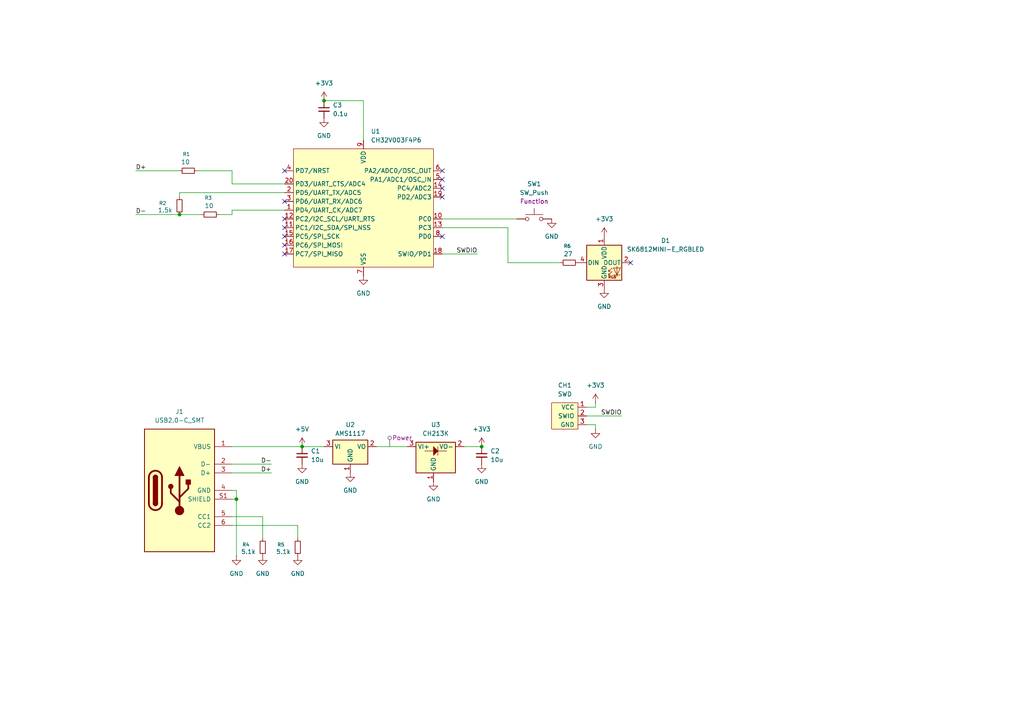
<source format=kicad_sch>
(kicad_sch (version 20250114) (generator "eeschema") (generator_version "9.0")
  (paper "A4")
  (lib_symbols
    (symbol "74th_Interface:SWD_WCH-1Wire_WITH-VCC" (pin_names (offset 1.016))
      (property "Reference" "CH" (at -3.81 5.08 0))
      (property "Value" "SWD" (at 3.81 5.08 0))
      (symbol "SWD_WCH-1Wire_WITH-VCC_0_1"
        (rectangle (start -3.81 3.81) (end 3.81 -3.81) (fill (type background)))
      )
      (symbol "SWD_WCH-1Wire_WITH-VCC_1_1"
        (pin power_in line (at 6.35 2.54 180) (length 2.54) (name "VCC") (number "1"))
        (pin bidirectional line (at 6.35 0 180) (length 2.54) (name "SWIO") (number "2"))
        (pin power_in line (at 6.35 -2.54 180) (length 2.54) (name "GND") (number "3"))
      )
    )
    (symbol "74th_Interface:SW_Push" (pin_numbers (hide yes)) (pin_names (offset 1.016) (hide yes))
      (property "Reference" "SW" (at 1.27 2.54 0))
      (property "Value" "SW_Push" (at 0 -1.524 0))
      (property "Function" "Function" (at 0 -3.81 0))
      (symbol "SW_Push_0_1"
        (circle (center -2.032 0) (radius 0.508))
        (polyline (pts (xy 0 1.27) (xy 0 3.048)))
        (circle (center 2.032 0) (radius 0.508))
        (polyline (pts (xy 2.54 1.27) (xy -2.54 1.27)))
        (pin passive line (at -5.08 0 0) (length 2.54) (name "1") (number "1"))
        (pin passive line (at 5.08 0 180) (length 2.54) (name "2") (number "2"))
      )
    )
    (symbol "74th_Interface:USB_TypeC-2.0_Receptacle_Simple" (pin_names (offset 1.016))
      (property "Reference" "J" (at -10.16 19.05 0))
      (property "Value" "USB2.0-C_SMT" (at 15.24 19.05 0))
      (symbol "USB_TypeC-2.0_Receptacle_Simple_0_1"
        (rectangle (start -10.16 17.78) (end 10.16 -17.78) (stroke (width 0.254)) (fill (type background)))
        (polyline (pts (xy -8.89 -3.81) (xy -8.89 3.81)) (stroke (width 0.508)))
        (rectangle (start -7.62 -3.81) (end -6.35 3.81) (stroke (width 0.254)) (fill (type outline)))
        (arc (start -7.62 3.81) (mid -6.985 4.4423) (end -6.35 3.81) (stroke (width 0.254)))
        (arc (start -7.62 3.81) (mid -6.985 4.4423) (end -6.35 3.81) (stroke (width 0.254)) (fill (type outline)))
        (arc (start -8.89 3.81) (mid -6.985 5.7067) (end -5.08 3.81) (stroke (width 0.508)))
        (arc (start -5.08 -3.81) (mid -6.985 -5.7067) (end -8.89 -3.81) (stroke (width 0.508)))
        (arc (start -6.35 -3.81) (mid -6.985 -4.4423) (end -7.62 -3.81) (stroke (width 0.254)))
        (arc (start -6.35 -3.81) (mid -6.985 -4.4423) (end -7.62 -3.81) (stroke (width 0.254)) (fill (type outline)))
        (polyline (pts (xy -5.08 3.81) (xy -5.08 -3.81)) (stroke (width 0.508)))
        (circle (center -2.54 1.143) (radius 0.635) (stroke (width 0.254)) (fill (type outline)))
        (polyline (pts (xy -1.27 4.318) (xy 0 6.858) (xy 1.27 4.318) (xy -1.27 4.318)) (stroke (width 0.254)) (fill (type outline)))
        (polyline (pts (xy 0 -2.032) (xy 2.54 0.508) (xy 2.54 1.778)) (stroke (width 0.508)))
        (polyline (pts (xy 0 -3.302) (xy -2.54 -0.762) (xy -2.54 0.508)) (stroke (width 0.508)))
        (polyline (pts (xy 0 -5.842) (xy 0 4.318)) (stroke (width 0.508)))
        (circle (center 0 -5.842) (radius 1.27) (fill (type outline)))
        (rectangle (start 1.905 1.778) (end 3.175 3.048) (stroke (width 0.254)) (fill (type outline)))
      )
      (symbol "USB_TypeC-2.0_Receptacle_Simple_1_1"
        (pin power_out line (at 15.24 12.7 180) (length 5.08) (name "VBUS") (number "1"))
        (pin bidirectional line (at 15.24 7.62 180) (length 5.08) (name "D-") (number "2"))
        (pin bidirectional line (at 15.24 5.08 180) (length 5.08) (name "D+") (number "3"))
        (pin power_out line (at 15.24 0 180) (length 5.08) (name "GND") (number "4"))
        (pin passive line (at 15.24 -2.54 180) (length 5.08) (name "SHIELD") (number "S1"))
        (pin input line (at 15.24 -7.62 180) (length 5.08) (name "CC1") (number "5"))
        (pin input line (at 15.24 -10.16 180) (length 5.08) (name "CC2") (number "6"))
      )
    )
    (symbol "74th_MCU:CH32V003F4P6"
      (property "Reference" "U" (at -11.43 25.4 0))
      (property "Value" "CH32V003F4P6" (at 12.7 25.4 0))
      (symbol "CH32V003F4P6_0_1"
        (rectangle (start -20.32 24.13) (end 20.32 -10.16) (stroke (width 0.1524)) (fill (type background)))
      )
      (symbol "CH32V003F4P6_1_1"
        (pin bidirectional line (at -22.86 17.78 0) (length 2.54) (name "PD7/NRST") (number "4"))
        (pin bidirectional line (at -22.86 13.97 0) (length 2.54) (name "PD3/UART_CTS/ADC4") (number "20"))
        (pin bidirectional line (at -22.86 11.43 0) (length 2.54) (name "PD5/UART_TX/ADC5") (number "2"))
        (pin bidirectional line (at -22.86 8.89 0) (length 2.54) (name "PD6/UART_RX/ADC6") (number "3"))
        (pin bidirectional line (at -22.86 6.35 0) (length 2.54) (name "PD4/UART_CK/ADC7") (number "1"))
        (pin bidirectional line (at -22.86 3.81 0) (length 2.54) (name "PC2/I2C_SCL/UART_RTS") (number "12"))
        (pin bidirectional line (at -22.86 1.27 0) (length 2.54) (name "PC1/I2C_SDA/SPI_NSS") (number "11"))
        (pin bidirectional line (at -22.86 -1.27 0) (length 2.54) (name "PC5/SPI_SCK") (number "15"))
        (pin bidirectional line (at -22.86 -3.81 0) (length 2.54) (name "PC6/SPI_MOSI") (number "16"))
        (pin bidirectional line (at -22.86 -6.35 0) (length 2.54) (name "PC7/SPI_MISO") (number "17"))
        (pin power_in line (at 0 26.67 270) (length 2.54) (name "VDD") (number "9"))
        (pin power_in line (at 0 -12.7 90) (length 2.54) (name "VSS") (number "7"))
        (pin bidirectional line (at 22.86 17.78 180) (length 2.54) (name "PA2/ADC0/OSC_OUT") (number "6"))
        (pin bidirectional line (at 22.86 15.24 180) (length 2.54) (name "PA1/ADC1/OSC_IN") (number "5"))
        (pin bidirectional line (at 22.86 12.7 180) (length 2.54) (name "PC4/ADC2") (number "14"))
        (pin bidirectional line (at 22.86 10.16 180) (length 2.54) (name "PD2/ADC3") (number "19"))
        (pin bidirectional line (at 22.86 3.81 180) (length 2.54) (name "PC0") (number "10"))
        (pin bidirectional line (at 22.86 1.27 180) (length 2.54) (name "PC3") (number "13"))
        (pin bidirectional line (at 22.86 -1.27 180) (length 2.54) (name "PD0") (number "8"))
        (pin bidirectional line (at 22.86 -6.35 180) (length 2.54) (name "SWIO/PD1") (number "18"))
      )
    )
    (symbol "74th_Passive:AMS1117-3.3_Regulator_SOT89"
      (property "Reference" "U" (at -3.81 3.175 0))
      (property "Value" "AMS1117" (at 0 3.175 0))
      (symbol "AMS1117-3.3_Regulator_SOT89_0_1"
        (rectangle (start -5.08 1.905) (end 5.08 -5.08) (stroke (width 0.254)) (fill (type background)))
      )
      (symbol "AMS1117-3.3_Regulator_SOT89_1_1"
        (pin power_in line (at -7.62 0 0) (length 2.54) (name "VI") (number "3"))
        (pin power_in line (at 0 -7.62 90) (length 2.54) (name "GND") (number "1"))
        (pin power_out line (at 7.62 0 180) (length 2.54) (name "VO") (number "2"))
      )
    )
    (symbol "74th_Passive:CH213K_Ideal-Diode-for-USB-Power"
      (property "Reference" "U" (at -3.81 6.35 0))
      (property "Value" "CH213K" (at 2.54 6.35 0))
      (symbol "CH213K_Ideal-Diode-for-USB-Power_0_1"
        (polyline (pts (xy -2.54 2.54) (xy 3.81 2.54)))
        (polyline (pts (xy 1.27 3.81) (xy 1.27 1.27)))
      )
      (symbol "CH213K_Ideal-Diode-for-USB-Power_1_1"
        (rectangle (start -5.08 5.08) (end 6.35 -3.81) (stroke (width 0.254)) (fill (type background)))
        (polyline (pts (xy 0 3.81) (xy 0 1.27) (xy 1.27 2.54) (xy 0 3.81)) (fill (type outline)))
        (pin power_in line (at -7.62 3.81 0) (length 2.54) (name "VI+") (number "3"))
        (pin power_in line (at 0 -6.35 90) (length 2.54) (name "GND") (number "1"))
        (pin power_out line (at 8.89 3.81 180) (length 2.54) (name "VO-") (number "2"))
      )
    )
    (symbol "74th_Passive:SK6812MINI-E_RGBLED" (pin_names (offset 0.254))
      (property "Reference" "D" (at 5.08 5.715 0))
      (property "Value" "SK6812MINI-E_RGBLED" (at 1.27 -5.715 0))
      (symbol "SK6812MINI-E_RGBLED_0_0"
        (text "RGB" (at 2.286 -4.191 0) (effects (font (size 0.762 0.762))))
      )
      (symbol "SK6812MINI-E_RGBLED_0_1"
        (polyline (pts (xy 1.27 -2.54) (xy 1.778 -2.54)))
        (polyline (pts (xy 1.27 -3.556) (xy 1.778 -3.556)))
        (polyline (pts (xy 2.286 -1.524) (xy 1.27 -2.54) (xy 1.27 -2.032)))
        (polyline (pts (xy 2.286 -2.54) (xy 1.27 -3.556) (xy 1.27 -3.048)))
        (polyline (pts (xy 3.683 -1.016) (xy 3.683 -3.556) (xy 3.683 -4.064)))
        (polyline (pts (xy 4.699 -1.524) (xy 2.667 -1.524) (xy 3.683 -3.556) (xy 4.699 -1.524)))
        (polyline (pts (xy 4.699 -3.556) (xy 2.667 -3.556)))
        (rectangle (start 5.08 5.08) (end -5.08 -5.08) (stroke (width 0.254)) (fill (type background)))
      )
      (symbol "SK6812MINI-E_RGBLED_1_1"
        (pin input line (at -7.62 0 0) (length 2.54) (name "DIN") (number "4"))
        (pin power_in line (at 0 7.62 270) (length 2.54) (name "VDD") (number "1"))
        (pin power_in line (at 0 -7.62 90) (length 2.54) (name "GND") (number "3"))
        (pin output line (at 7.62 0 180) (length 2.54) (name "DOUT") (number "2"))
      )
    )
    (symbol "Device:C_Small" (pin_numbers (hide yes)) (pin_names (offset 0.254) (hide yes))
      (property "Reference" "C" (at 0.254 1.778 0))
      (property "Value" "C_Small" (at 0.254 -2.032 0))
      (symbol "C_Small_0_1"
        (polyline (pts (xy -1.524 0.508) (xy 1.524 0.508)) (stroke (width 0.3048)))
        (polyline (pts (xy -1.524 -0.508) (xy 1.524 -0.508)) (stroke (width 0.3302)))
      )
      (symbol "C_Small_1_1"
        (pin passive line (at 0 2.54 270) (length 2.032) (name "~") (number "1"))
        (pin passive line (at 0 -2.54 90) (length 2.032) (name "~") (number "2"))
      )
    )
    (symbol "Device:R_Small" (pin_numbers (hide yes)) (pin_names (offset 0.254) (hide yes))
      (property "Reference" "R" (at 0 0 90))
      (property "Value" "R_Small" (at 1.778 0 90))
      (symbol "R_Small_0_1"
        (rectangle (start -0.762 1.778) (end 0.762 -1.778) (stroke (width 0.2032)))
      )
      (symbol "R_Small_1_1"
        (pin passive line (at 0 2.54 270) (length 0.762) (name "~") (number "1"))
        (pin passive line (at 0 -2.54 90) (length 0.762) (name "~") (number "2"))
      )
    )
    (symbol "power:+3V3" (power) (pin_numbers (hide yes)) (pin_names (offset 0) (hide yes))
      (property "Value" "+3V3" (at 0 3.556 0))
      (symbol "+3V3_0_1"
        (polyline (pts (xy -0.762 1.27) (xy 0 2.54)))
        (polyline (pts (xy 0 2.54) (xy 0.762 1.27)))
        (polyline (pts (xy 0 0) (xy 0 2.54)))
      )
      (symbol "+3V3_1_1"
        (pin power_in line (at 0 0 90) (length 0) (name "~") (number "1"))
      )
    )
    (symbol "power:+5V" (power) (pin_numbers (hide yes)) (pin_names (offset 0) (hide yes))
      (property "Value" "+5V" (at 0 3.556 0))
      (symbol "+5V_0_1"
        (polyline (pts (xy -0.762 1.27) (xy 0 2.54)))
        (polyline (pts (xy 0 2.54) (xy 0.762 1.27)))
        (polyline (pts (xy 0 0) (xy 0 2.54)))
      )
      (symbol "+5V_1_1"
        (pin power_in line (at 0 0 90) (length 0) (name "~") (number "1"))
      )
    )
    (symbol "power:GND" (power) (pin_numbers (hide yes)) (pin_names (offset 0) (hide yes))
      (property "Value" "GND" (at 0 -3.81 0))
      (symbol "GND_0_1"
        (polyline (pts (xy 0 0) (xy 0 -1.27) (xy 1.27 -1.27) (xy 0 -2.54) (xy -1.27 -1.27) (xy 0 -1.27)))
      )
      (symbol "GND_1_1"
        (pin power_in line (at 0 0 270) (length 0) (name "~") (number "1"))
      )
    )
  )
  (junction (at 52.07 62.23))
  (junction (at 87.63 129.54))
  (junction (at 139.7 129.54))
  (junction (at 93.98 29.21))
  (junction (at 68.58 144.78))
  (no_connect (at 128.27 54.61))
  (no_connect (at 128.27 68.58))
  (no_connect (at 82.55 49.53))
  (no_connect (at 82.55 58.42))
  (no_connect (at 128.27 57.15))
  (no_connect (at 82.55 63.5))
  (no_connect (at 82.55 68.58))
  (no_connect (at 128.27 52.07))
  (no_connect (at 128.27 49.53))
  (no_connect (at 82.55 66.04))
  (no_connect (at 82.55 73.66))
  (no_connect (at 182.88 76.2))
  (no_connect (at 82.55 71.12))
  (wire (pts (xy 57.15 49.53) (xy 67.31 49.53)))
  (wire (pts (xy 39.37 49.53) (xy 52.07 49.53)))
  (wire (pts (xy 87.63 129.54) (xy 93.98 129.54)))
  (wire (pts (xy 67.31 134.62) (xy 78.74 134.62)))
  (wire (pts (xy 147.32 66.04) (xy 147.32 76.2)))
  (wire (pts (xy 172.72 118.11) (xy 172.72 116.84)))
  (wire (pts (xy 128.27 73.66) (xy 138.43 73.66)))
  (wire (pts (xy 82.55 60.96) (xy 67.31 60.96)))
  (wire (pts (xy 52.07 55.88) (xy 52.07 57.15)))
  (wire (pts (xy 68.58 144.78) (xy 68.58 161.29)))
  (wire (pts (xy 67.31 144.78) (xy 68.58 144.78)))
  (wire (pts (xy 67.31 60.96) (xy 67.31 62.23)))
  (wire (pts (xy 170.18 120.65) (xy 180.34 120.65)))
  (wire (pts (xy 134.62 129.54) (xy 139.7 129.54)))
  (wire (pts (xy 67.31 53.34) (xy 82.55 53.34)))
  (wire (pts (xy 109.22 129.54) (xy 118.11 129.54)))
  (wire (pts (xy 172.72 123.19) (xy 172.72 124.46)))
  (wire (pts (xy 147.32 76.2) (xy 162.56 76.2)))
  (wire (pts (xy 67.31 149.86) (xy 76.2 149.86)))
  (wire (pts (xy 105.41 40.64) (xy 105.41 29.21)))
  (wire (pts (xy 67.31 152.4) (xy 86.36 152.4)))
  (wire (pts (xy 105.41 29.21) (xy 93.98 29.21)))
  (wire (pts (xy 170.18 118.11) (xy 172.72 118.11)))
  (wire (pts (xy 67.31 137.16) (xy 78.74 137.16)))
  (wire (pts (xy 67.31 49.53) (xy 67.31 53.34)))
  (wire (pts (xy 170.18 123.19) (xy 172.72 123.19)))
  (wire (pts (xy 52.07 62.23) (xy 58.42 62.23)))
  (wire (pts (xy 128.27 66.04) (xy 147.32 66.04)))
  (wire (pts (xy 39.37 62.23) (xy 52.07 62.23)))
  (wire (pts (xy 68.58 142.24) (xy 68.58 144.78)))
  (wire (pts (xy 67.31 142.24) (xy 68.58 142.24)))
  (wire (pts (xy 76.2 149.86) (xy 76.2 156.21)))
  (wire (pts (xy 82.55 55.88) (xy 52.07 55.88)))
  (wire (pts (xy 86.36 152.4) (xy 86.36 156.21)))
  (wire (pts (xy 67.31 62.23) (xy 63.5 62.23)))
  (wire (pts (xy 128.27 63.5) (xy 149.86 63.5)))
  (wire (pts (xy 67.31 129.54) (xy 87.63 129.54)))
  (label "SWDIO" (at 180.34 120.65 180))
  (label "SWDIO" (at 138.43 73.66 180))
  (label "D+" (at 78.74 137.16 180))
  (label "D-" (at 78.74 134.62 180))
  (label "D+" (at 39.37 49.53 0))
  (label "D-" (at 39.37 62.23 0))
  (netclass_flag "" (length 2.54) (shape round) (at 113.03 129.54 0) (property "Netclass" "Power" (at 113.7285 127 0) (effects (justify left))))
  (symbol (lib_id "74th_Interface:SWD_WCH-1Wire_WITH-VCC") (at 163.83 120.65 0) (unit 1)
    (property "Reference" "CH1" (at 163.83 111.76 0))
    (property "Value" "SWD" (at 163.83 114.3 0))
    (property "Footprint" "74th:PinOut_Pin_3_3GND" (effects (hide yes)))
  )
  (symbol (lib_id "power:GND") (at 101.6 137.16 0) (unit 1)
    (property "Reference" "#PWR08" (effects (hide yes)))
    (property "Value" "GND" (at 101.6 142.24 0))
    (property "Description" "Power symbol creates a global label with name \"GND\" , ground" (effects (hide yes)))
  )
  (symbol (lib_id "74th_Interface:USB_TypeC-2.0_Receptacle_Simple") (at 52.07 142.24 0) (unit 1)
    (property "Reference" "J1" (at 52.07 119.38 0))
    (property "Value" "USB2.0-C_SMT" (at 52.07 121.92 0))
    (property "Footprint" "74th:Connector_USB-C-Receptacle_SMT_12-Pin_Simple" (effects (hide yes)))
    (property "Datasheet" "https://www.usb.org/sites/default/files/documents/usb_type-c.zip" (effects (hide yes)))
    (property "Description" "USB 2.0-only Type-C Plug connector" (effects (hide yes)))
  )
  (symbol (lib_id "power:+3V3") (at 139.7 129.54 0) (unit 1)
    (property "Reference" "#PWR07" (effects (hide yes)))
    (property "Value" "+3V3" (at 139.7 124.46 0))
    (property "Description" "Power symbol creates a global label with name \"+3V3\"" (effects (hide yes)))
  )
  (symbol (lib_id "power:GND") (at 172.72 124.46 0) (unit 1)
    (property "Reference" "#PWR016" (effects (hide yes)))
    (property "Value" "GND" (at 172.72 129.54 0))
    (property "Description" "Power symbol creates a global label with name \"GND\" , ground" (effects (hide yes)))
  )
  (symbol (lib_id "Device:R_Small") (at 76.2 158.75 180) (unit 1)
    (property "Reference" "R4" (at 72.39 157.988 0) (effects (font (size 1.016 1.016)) (justify left)))
    (property "Value" "5.1k" (at 74.168 160.0201 0) (effects (justify left)))
    (property "Footprint" "74th:Register_0603_1608_WithSizeText" (effects (hide yes)))
    (property "Description" "Resistor, small symbol" (effects (hide yes)))
  )
  (symbol (lib_id "Device:C_Small") (at 93.98 31.75 0) (unit 1)
    (property "Reference" "C3" (at 96.52 30.4862 0) (effects (justify left)))
    (property "Value" "0.1u" (at 96.52 33.0262 0) (effects (justify left)))
    (property "Footprint" "74th:Capacitor_0603_1608_WithSizeText" (effects (hide yes)))
    (property "Description" "Unpolarized capacitor, small symbol" (effects (hide yes)))
  )
  (symbol (lib_id "Device:C_Small") (at 87.63 132.08 0) (unit 1)
    (property "Reference" "C1" (at 90.17 130.8162 0) (effects (justify left)))
    (property "Value" "10u" (at 90.17 133.3562 0) (effects (justify left)))
    (property "Footprint" "74th:Capacitor_0603_1608_WithSizeText" (effects (hide yes)))
    (property "Description" "Unpolarized capacitor, small symbol" (effects (hide yes)))
  )
  (symbol (lib_id "power:GND") (at 139.7 134.62 0) (unit 1)
    (property "Reference" "#PWR09" (effects (hide yes)))
    (property "Value" "GND" (at 139.7 139.7 0))
    (property "Description" "Power symbol creates a global label with name \"GND\" , ground" (effects (hide yes)))
  )
  (symbol (lib_id "power:GND") (at 87.63 134.62 0) (unit 1)
    (property "Reference" "#PWR02" (effects (hide yes)))
    (property "Value" "GND" (at 87.63 139.7 0))
    (property "Description" "Power symbol creates a global label with name \"GND\" , ground" (effects (hide yes)))
  )
  (symbol (lib_id "power:GND") (at 93.98 34.29 0) (unit 1)
    (property "Reference" "#PWR05" (effects (hide yes)))
    (property "Value" "GND" (at 93.98 39.37 0))
    (property "Description" "Power symbol creates a global label with name \"GND\" , ground" (effects (hide yes)))
  )
  (symbol (lib_id "power:+3V3") (at 93.98 29.21 0) (unit 1)
    (property "Reference" "#PWR06" (effects (hide yes)))
    (property "Value" "+3V3" (at 93.98 24.13 0))
    (property "Description" "Power symbol creates a global label with name \"+3V3\"" (effects (hide yes)))
  )
  (symbol (lib_id "power:GND") (at 160.02 63.5 0) (unit 1)
    (property "Reference" "#PWR04" (effects (hide yes)))
    (property "Value" "GND" (at 160.02 68.58 0))
    (property "Description" "Power symbol creates a global label with name \"GND\" , ground" (effects (hide yes)))
  )
  (symbol (lib_id "Device:R_Small") (at 60.96 62.23 90) (unit 1)
    (property "Reference" "R3" (at 61.468 57.404 90) (effects (font (size 1.016 1.016)) (justify left)))
    (property "Value" "10" (at 61.976 59.69 90) (effects (justify left)))
    (property "Footprint" "74th:Register_0603_1608_WithSizeText" (effects (hide yes)))
    (property "Description" "Resistor, small symbol" (effects (hide yes)))
  )
  (symbol (lib_id "74th_Interface:SW_Push") (at 154.94 63.5 0) (unit 1)
    (property "Reference" "SW1" (at 154.94 53.34 0))
    (property "Value" "SW_Push" (at 154.94 55.88 0))
    (property "Footprint" "74th:Switch_MXChoc_1.0u" (effects (hide yes)))
    (property "Description" "import from kicad" (effects (hide yes)))
    (property "Function" "Function" (at 154.94 58.42 0))
  )
  (symbol (lib_id "power:GND") (at 105.41 80.01 0) (unit 1)
    (property "Reference" "#PWR03" (effects (hide yes)))
    (property "Value" "GND" (at 105.41 85.09 0))
    (property "Description" "Power symbol creates a global label with name \"GND\" , ground" (effects (hide yes)))
  )
  (symbol (lib_id "power:GND") (at 86.36 161.29 0) (unit 1)
    (property "Reference" "#PWR010" (effects (hide yes)))
    (property "Value" "GND" (at 86.36 166.37 0))
    (property "Description" "Power symbol creates a global label with name \"GND\" , ground" (effects (hide yes)))
  )
  (symbol (lib_id "power:GND") (at 68.58 161.29 0) (unit 1)
    (property "Reference" "#PWR012" (effects (hide yes)))
    (property "Value" "GND" (at 68.58 166.37 0))
    (property "Description" "Power symbol creates a global label with name \"GND\" , ground" (effects (hide yes)))
  )
  (symbol (lib_id "74th_Passive:AMS1117-3.3_Regulator_SOT89") (at 101.6 129.54 0) (unit 1)
    (property "Reference" "U2" (at 101.6 123.19 0))
    (property "Value" "AMS1117" (at 101.6 125.73 0))
    (property "Footprint" "74th:Package_SOT-89-3" (effects (hide yes)))
    (property "Description" "1A Low Dropout regulator, positive, adjustable output, SOT-223" (effects (hide yes)))
  )
  (symbol (lib_id "Device:R_Small") (at 165.1 76.2 90) (unit 1)
    (property "Reference" "R6" (at 165.608 71.374 90) (effects (font (size 1.016 1.016)) (justify left)))
    (property "Value" "27" (at 166.116 73.66 90) (effects (justify left)))
    (property "Footprint" "74th:Register_0603_1608_WithSizeText" (effects (hide yes)))
    (property "Description" "Resistor, small symbol" (effects (hide yes)))
  )
  (symbol (lib_id "74th_MCU:CH32V003F4P6") (at 105.41 67.31 0) (unit 1)
    (property "Reference" "U1" (at 107.5533 38.1 0) (effects (justify left)))
    (property "Value" "CH32V003F4P6" (at 107.5533 40.64 0) (effects (justify left)))
    (property "Footprint" "74th:Package_TSSOP-20_4.4x6.5mm_P0.65mm" (effects (hide yes)))
  )
  (symbol (lib_id "Device:R_Small") (at 52.07 59.69 180) (unit 1)
    (property "Reference" "R2" (at 48.26 58.928 0) (effects (font (size 1.016 1.016)) (justify left)))
    (property "Value" "1.5k" (at 50.038 60.9601 0) (effects (justify left)))
    (property "Footprint" "74th:Register_0603_1608_WithSizeText" (effects (hide yes)))
    (property "Description" "Resistor, small symbol" (effects (hide yes)))
  )
  (symbol (lib_id "power:+3V3") (at 172.72 116.84 0) (unit 1)
    (property "Reference" "#PWR015" (effects (hide yes)))
    (property "Value" "+3V3" (at 172.72 111.76 0))
    (property "Description" "Power symbol creates a global label with name \"+3V3\"" (effects (hide yes)))
  )
  (symbol (lib_id "74th_Passive:CH213K_Ideal-Diode-for-USB-Power") (at 125.73 133.35 0) (unit 1)
    (property "Reference" "U3" (at 126.365 123.19 0))
    (property "Value" "CH213K" (at 126.365 125.73 0))
    (property "Footprint" "74th:Package_SOT-23" (effects (hide yes)))
  )
  (symbol (lib_id "power:GND") (at 76.2 161.29 0) (unit 1)
    (property "Reference" "#PWR011" (effects (hide yes)))
    (property "Value" "GND" (at 76.2 166.37 0))
    (property "Description" "Power symbol creates a global label with name \"GND\" , ground" (effects (hide yes)))
  )
  (symbol (lib_id "Device:R_Small") (at 54.61 49.53 90) (unit 1)
    (property "Reference" "R1" (at 55.118 44.704 90) (effects (font (size 1.016 1.016)) (justify left)))
    (property "Value" "10" (at 55.118 46.99 90) (effects (justify left)))
    (property "Footprint" "74th:Register_0603_1608_WithSizeText" (effects (hide yes)))
    (property "Description" "Resistor, small symbol" (effects (hide yes)))
  )
  (symbol (lib_id "power:GND") (at 175.26 83.82 0) (unit 1)
    (property "Reference" "#PWR014" (effects (hide yes)))
    (property "Value" "GND" (at 175.26 88.9 0))
    (property "Description" "Power symbol creates a global label with name \"GND\" , ground" (effects (hide yes)))
  )
  (symbol (lib_id "Device:R_Small") (at 86.36 158.75 180) (unit 1)
    (property "Reference" "R5" (at 82.55 157.988 0) (effects (font (size 1.016 1.016)) (justify left)))
    (property "Value" "5.1k" (at 84.328 160.0201 0) (effects (justify left)))
    (property "Footprint" "74th:Register_0603_1608_WithSizeText" (effects (hide yes)))
    (property "Description" "Resistor, small symbol" (effects (hide yes)))
  )
  (symbol (lib_id "74th_Passive:SK6812MINI-E_RGBLED") (at 175.26 76.2 0) (unit 1)
    (property "Reference" "D1" (at 193.04 69.7798 0))
    (property "Value" "SK6812MINI-E_RGBLED" (at 193.04 72.3198 0))
    (property "Footprint" "74th:LED_SK6812MINI-E_BACK-RIGHT" (effects (hide yes)))
    (property "Description" "RGB LED with integrated controller" (effects (hide yes)))
  )
  (symbol (lib_id "power:+5V") (at 87.63 129.54 0) (unit 1)
    (property "Reference" "#PWR01" (effects (hide yes)))
    (property "Value" "+5V" (at 87.63 124.46 0))
    (property "Description" "Power symbol creates a global label with name \"+5V\"" (effects (hide yes)))
  )
  (symbol (lib_id "power:GND") (at 125.73 139.7 0) (unit 1)
    (property "Reference" "#PWR017" (effects (hide yes)))
    (property "Value" "GND" (at 125.73 144.78 0))
    (property "Description" "Power symbol creates a global label with name \"GND\" , ground" (effects (hide yes)))
  )
  (symbol (lib_id "Device:C_Small") (at 139.7 132.08 0) (unit 1)
    (property "Reference" "C2" (at 142.24 130.8162 0) (effects (justify left)))
    (property "Value" "10u" (at 142.24 133.3562 0) (effects (justify left)))
    (property "Footprint" "74th:Capacitor_0603_1608_WithSizeText" (effects (hide yes)))
    (property "Description" "Unpolarized capacitor, small symbol" (effects (hide yes)))
  )
  (symbol (lib_id "power:+3V3") (at 175.26 68.58 0) (unit 1)
    (property "Reference" "#PWR013" (effects (hide yes)))
    (property "Value" "+3V3" (at 175.26 63.5 0))
    (property "Description" "Power symbol creates a global label with name \"+3V3\"" (effects (hide yes)))
  )
)
</source>
